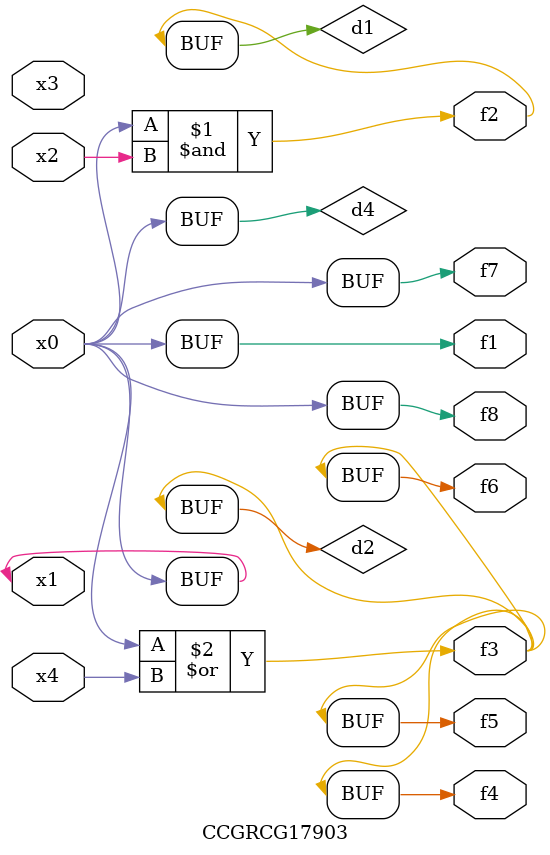
<source format=v>
module CCGRCG17903(
	input x0, x1, x2, x3, x4,
	output f1, f2, f3, f4, f5, f6, f7, f8
);

	wire d1, d2, d3, d4;

	and (d1, x0, x2);
	or (d2, x0, x4);
	nand (d3, x0, x2);
	buf (d4, x0, x1);
	assign f1 = d4;
	assign f2 = d1;
	assign f3 = d2;
	assign f4 = d2;
	assign f5 = d2;
	assign f6 = d2;
	assign f7 = d4;
	assign f8 = d4;
endmodule

</source>
